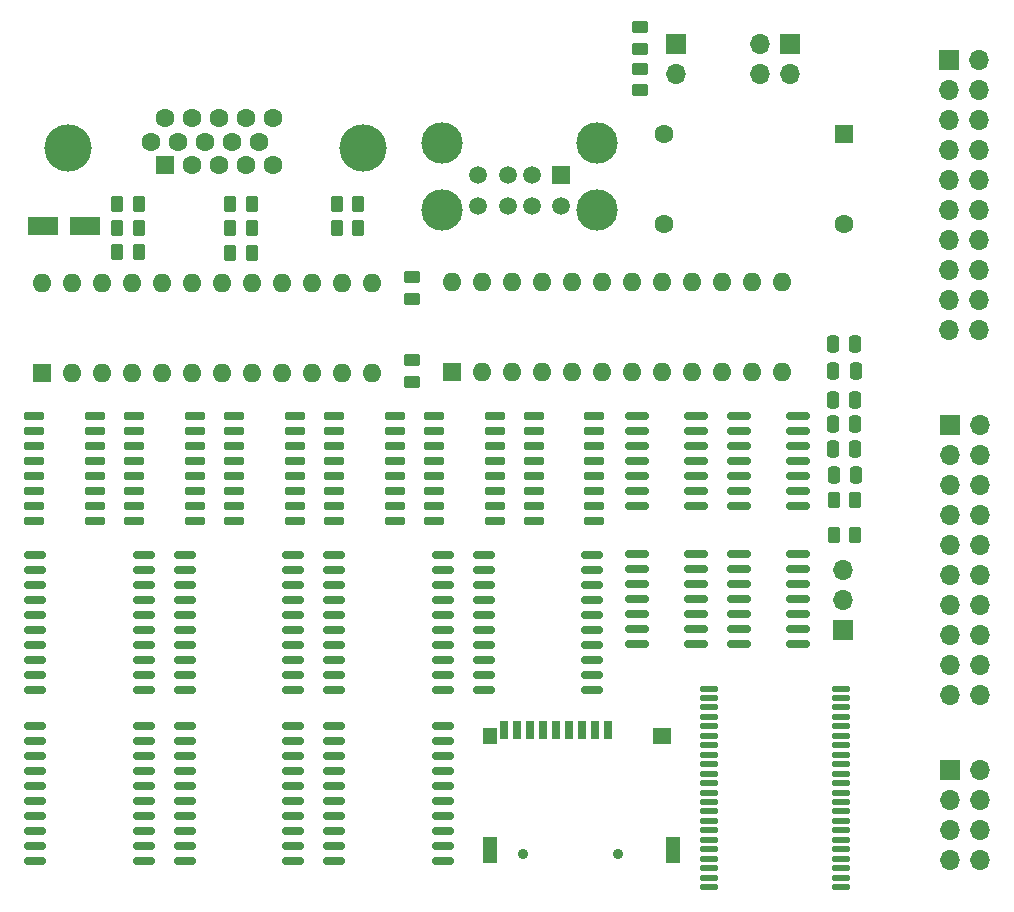
<source format=gbr>
%TF.GenerationSoftware,KiCad,Pcbnew,8.0.4+dfsg-1*%
%TF.CreationDate,2024-12-19T01:42:38-05:00*%
%TF.ProjectId,VGA_SRAM_COMP,5647415f-5352-4414-9d5f-434f4d502e6b,rev?*%
%TF.SameCoordinates,Original*%
%TF.FileFunction,Soldermask,Top*%
%TF.FilePolarity,Negative*%
%FSLAX46Y46*%
G04 Gerber Fmt 4.6, Leading zero omitted, Abs format (unit mm)*
G04 Created by KiCad (PCBNEW 8.0.4+dfsg-1) date 2024-12-19 01:42:38*
%MOMM*%
%LPD*%
G01*
G04 APERTURE LIST*
G04 Aperture macros list*
%AMRoundRect*
0 Rectangle with rounded corners*
0 $1 Rounding radius*
0 $2 $3 $4 $5 $6 $7 $8 $9 X,Y pos of 4 corners*
0 Add a 4 corners polygon primitive as box body*
4,1,4,$2,$3,$4,$5,$6,$7,$8,$9,$2,$3,0*
0 Add four circle primitives for the rounded corners*
1,1,$1+$1,$2,$3*
1,1,$1+$1,$4,$5*
1,1,$1+$1,$6,$7*
1,1,$1+$1,$8,$9*
0 Add four rect primitives between the rounded corners*
20,1,$1+$1,$2,$3,$4,$5,0*
20,1,$1+$1,$4,$5,$6,$7,0*
20,1,$1+$1,$6,$7,$8,$9,0*
20,1,$1+$1,$8,$9,$2,$3,0*%
G04 Aperture macros list end*
%ADD10R,1.700000X1.700000*%
%ADD11O,1.700000X1.700000*%
%ADD12R,1.600000X1.600000*%
%ADD13C,1.600000*%
%ADD14RoundRect,0.150000X-0.800000X-0.150000X0.800000X-0.150000X0.800000X0.150000X-0.800000X0.150000X0*%
%ADD15RoundRect,0.150000X-0.825000X-0.150000X0.825000X-0.150000X0.825000X0.150000X-0.825000X0.150000X0*%
%ADD16RoundRect,0.150000X-0.725000X-0.150000X0.725000X-0.150000X0.725000X0.150000X-0.725000X0.150000X0*%
%ADD17O,1.600000X1.600000*%
%ADD18RoundRect,0.137500X-0.625000X-0.137500X0.625000X-0.137500X0.625000X0.137500X-0.625000X0.137500X0*%
%ADD19RoundRect,0.250000X-0.262500X-0.450000X0.262500X-0.450000X0.262500X0.450000X-0.262500X0.450000X0*%
%ADD20RoundRect,0.250000X0.450000X-0.262500X0.450000X0.262500X-0.450000X0.262500X-0.450000X-0.262500X0*%
%ADD21RoundRect,0.250000X-0.450000X0.262500X-0.450000X-0.262500X0.450000X-0.262500X0.450000X0.262500X0*%
%ADD22R,1.500000X1.500000*%
%ADD23C,1.500000*%
%ADD24C,3.500000*%
%ADD25C,0.900000*%
%ADD26R,0.700000X1.600000*%
%ADD27R,1.200000X2.200000*%
%ADD28R,1.600000X1.400000*%
%ADD29R,1.200000X1.400000*%
%ADD30C,4.000000*%
%ADD31RoundRect,0.250000X-1.050000X-0.550000X1.050000X-0.550000X1.050000X0.550000X-1.050000X0.550000X0*%
%ADD32RoundRect,0.250000X-0.250000X-0.475000X0.250000X-0.475000X0.250000X0.475000X-0.250000X0.475000X0*%
G04 APERTURE END LIST*
D10*
%TO.C,J8*%
X137000000Y-91680000D03*
D11*
X139540000Y-91680000D03*
X137000000Y-94220000D03*
X139540000Y-94220000D03*
X137000000Y-96760000D03*
X139540000Y-96760000D03*
X137000000Y-99300000D03*
X139540000Y-99300000D03*
X137000000Y-101840000D03*
X139540000Y-101840000D03*
X137000000Y-104380000D03*
X139540000Y-104380000D03*
X137000000Y-106920000D03*
X139540000Y-106920000D03*
X137000000Y-109460000D03*
X139540000Y-109460000D03*
X137000000Y-112000000D03*
X139540000Y-112000000D03*
X137000000Y-114540000D03*
X139540000Y-114540000D03*
%TD*%
D10*
%TO.C,J7*%
X137000000Y-120880000D03*
D11*
X139540000Y-120880000D03*
X137000000Y-123420000D03*
X139540000Y-123420000D03*
X137000000Y-125960000D03*
X139540000Y-125960000D03*
X137000000Y-128500000D03*
X139540000Y-128500000D03*
%TD*%
%TO.C,J1*%
X139500000Y-83660000D03*
X136960000Y-83660000D03*
X139500000Y-81120000D03*
X136960000Y-81120000D03*
X139500000Y-78580000D03*
X136960000Y-78580000D03*
X139500000Y-76040000D03*
X136960000Y-76040000D03*
X139500000Y-73500000D03*
X136960000Y-73500000D03*
X139500000Y-70960000D03*
X136960000Y-70960000D03*
X139500000Y-68420000D03*
X136960000Y-68420000D03*
X139500000Y-65880000D03*
X136960000Y-65880000D03*
X139500000Y-63340000D03*
X136960000Y-63340000D03*
X139500000Y-60800000D03*
D10*
X136960000Y-60800000D03*
%TD*%
D12*
%TO.C,X1*%
X128016000Y-67056000D03*
D13*
X112776000Y-67056000D03*
X112776000Y-74676000D03*
X128016000Y-74676000D03*
%TD*%
D14*
%TO.C,U20*%
X84875000Y-117200000D03*
X84875000Y-118470000D03*
X84875000Y-119740000D03*
X84875000Y-121010000D03*
X84875000Y-122280000D03*
X84875000Y-123550000D03*
X84875000Y-124820000D03*
X84875000Y-126090000D03*
X84875000Y-127360000D03*
X84875000Y-128630000D03*
X94075000Y-128630000D03*
X94075000Y-127360000D03*
X94075000Y-126090000D03*
X94075000Y-124820000D03*
X94075000Y-123550000D03*
X94075000Y-122280000D03*
X94075000Y-121010000D03*
X94075000Y-119740000D03*
X94075000Y-118470000D03*
X94075000Y-117200000D03*
%TD*%
D15*
%TO.C,U19*%
X119175000Y-102580000D03*
X119175000Y-103850000D03*
X119175000Y-105120000D03*
X119175000Y-106390000D03*
X119175000Y-107660000D03*
X119175000Y-108930000D03*
X119175000Y-110200000D03*
X124125000Y-110200000D03*
X124125000Y-108930000D03*
X124125000Y-107660000D03*
X124125000Y-106390000D03*
X124125000Y-105120000D03*
X124125000Y-103850000D03*
X124125000Y-102580000D03*
%TD*%
D14*
%TO.C,U18*%
X72225000Y-117200000D03*
X72225000Y-118470000D03*
X72225000Y-119740000D03*
X72225000Y-121010000D03*
X72225000Y-122280000D03*
X72225000Y-123550000D03*
X72225000Y-124820000D03*
X72225000Y-126090000D03*
X72225000Y-127360000D03*
X72225000Y-128630000D03*
X81425000Y-128630000D03*
X81425000Y-127360000D03*
X81425000Y-126090000D03*
X81425000Y-124820000D03*
X81425000Y-123550000D03*
X81425000Y-122280000D03*
X81425000Y-121010000D03*
X81425000Y-119740000D03*
X81425000Y-118470000D03*
X81425000Y-117200000D03*
%TD*%
D15*
%TO.C,U17*%
X119175000Y-90960000D03*
X119175000Y-92230000D03*
X119175000Y-93500000D03*
X119175000Y-94770000D03*
X119175000Y-96040000D03*
X119175000Y-97310000D03*
X119175000Y-98580000D03*
X124125000Y-98580000D03*
X124125000Y-97310000D03*
X124125000Y-96040000D03*
X124125000Y-94770000D03*
X124125000Y-93500000D03*
X124125000Y-92230000D03*
X124125000Y-90960000D03*
%TD*%
%TO.C,U16*%
X110525000Y-102580000D03*
X110525000Y-103850000D03*
X110525000Y-105120000D03*
X110525000Y-106390000D03*
X110525000Y-107660000D03*
X110525000Y-108930000D03*
X110525000Y-110200000D03*
X115475000Y-110200000D03*
X115475000Y-108930000D03*
X115475000Y-107660000D03*
X115475000Y-106390000D03*
X115475000Y-105120000D03*
X115475000Y-103850000D03*
X115475000Y-102580000D03*
%TD*%
%TO.C,U15*%
X110525000Y-90960000D03*
X110525000Y-92230000D03*
X110525000Y-93500000D03*
X110525000Y-94770000D03*
X110525000Y-96040000D03*
X110525000Y-97310000D03*
X110525000Y-98580000D03*
X115475000Y-98580000D03*
X115475000Y-97310000D03*
X115475000Y-96040000D03*
X115475000Y-94770000D03*
X115475000Y-93500000D03*
X115475000Y-92230000D03*
X115475000Y-90960000D03*
%TD*%
D14*
%TO.C,U14*%
X59575000Y-117200000D03*
X59575000Y-118470000D03*
X59575000Y-119740000D03*
X59575000Y-121010000D03*
X59575000Y-122280000D03*
X59575000Y-123550000D03*
X59575000Y-124820000D03*
X59575000Y-126090000D03*
X59575000Y-127360000D03*
X59575000Y-128630000D03*
X68775000Y-128630000D03*
X68775000Y-127360000D03*
X68775000Y-126090000D03*
X68775000Y-124820000D03*
X68775000Y-123550000D03*
X68775000Y-122280000D03*
X68775000Y-121010000D03*
X68775000Y-119740000D03*
X68775000Y-118470000D03*
X68775000Y-117200000D03*
%TD*%
%TO.C,U13*%
X97525000Y-102720000D03*
X97525000Y-103990000D03*
X97525000Y-105260000D03*
X97525000Y-106530000D03*
X97525000Y-107800000D03*
X97525000Y-109070000D03*
X97525000Y-110340000D03*
X97525000Y-111610000D03*
X97525000Y-112880000D03*
X97525000Y-114150000D03*
X106725000Y-114150000D03*
X106725000Y-112880000D03*
X106725000Y-111610000D03*
X106725000Y-110340000D03*
X106725000Y-109070000D03*
X106725000Y-107800000D03*
X106725000Y-106530000D03*
X106725000Y-105260000D03*
X106725000Y-103990000D03*
X106725000Y-102720000D03*
%TD*%
%TO.C,U12*%
X84875000Y-102720000D03*
X84875000Y-103990000D03*
X84875000Y-105260000D03*
X84875000Y-106530000D03*
X84875000Y-107800000D03*
X84875000Y-109070000D03*
X84875000Y-110340000D03*
X84875000Y-111610000D03*
X84875000Y-112880000D03*
X84875000Y-114150000D03*
X94075000Y-114150000D03*
X94075000Y-112880000D03*
X94075000Y-111610000D03*
X94075000Y-110340000D03*
X94075000Y-109070000D03*
X94075000Y-107800000D03*
X94075000Y-106530000D03*
X94075000Y-105260000D03*
X94075000Y-103990000D03*
X94075000Y-102720000D03*
%TD*%
%TO.C,U11*%
X72225000Y-102720000D03*
X72225000Y-103990000D03*
X72225000Y-105260000D03*
X72225000Y-106530000D03*
X72225000Y-107800000D03*
X72225000Y-109070000D03*
X72225000Y-110340000D03*
X72225000Y-111610000D03*
X72225000Y-112880000D03*
X72225000Y-114150000D03*
X81425000Y-114150000D03*
X81425000Y-112880000D03*
X81425000Y-111610000D03*
X81425000Y-110340000D03*
X81425000Y-109070000D03*
X81425000Y-107800000D03*
X81425000Y-106530000D03*
X81425000Y-105260000D03*
X81425000Y-103990000D03*
X81425000Y-102720000D03*
%TD*%
D16*
%TO.C,U10*%
X101750000Y-90960000D03*
X101750000Y-92230000D03*
X101750000Y-93500000D03*
X101750000Y-94770000D03*
X101750000Y-96040000D03*
X101750000Y-97310000D03*
X101750000Y-98580000D03*
X101750000Y-99850000D03*
X106900000Y-99850000D03*
X106900000Y-98580000D03*
X106900000Y-97310000D03*
X106900000Y-96040000D03*
X106900000Y-94770000D03*
X106900000Y-93500000D03*
X106900000Y-92230000D03*
X106900000Y-90960000D03*
%TD*%
D12*
%TO.C,U9*%
X94840000Y-87200000D03*
D17*
X97380000Y-87200000D03*
X99920000Y-87200000D03*
X102460000Y-87200000D03*
X105000000Y-87200000D03*
X107540000Y-87200000D03*
X110080000Y-87200000D03*
X112620000Y-87200000D03*
X115160000Y-87200000D03*
X117700000Y-87200000D03*
X120240000Y-87200000D03*
X122780000Y-87200000D03*
X122780000Y-79580000D03*
X120240000Y-79580000D03*
X117700000Y-79580000D03*
X115160000Y-79580000D03*
X112620000Y-79580000D03*
X110080000Y-79580000D03*
X107540000Y-79580000D03*
X105000000Y-79580000D03*
X102460000Y-79580000D03*
X99920000Y-79580000D03*
X97380000Y-79580000D03*
X94840000Y-79580000D03*
%TD*%
D12*
%TO.C,U8*%
X60100000Y-87300000D03*
D17*
X62640000Y-87300000D03*
X65180000Y-87300000D03*
X67720000Y-87300000D03*
X70260000Y-87300000D03*
X72800000Y-87300000D03*
X75340000Y-87300000D03*
X77880000Y-87300000D03*
X80420000Y-87300000D03*
X82960000Y-87300000D03*
X85500000Y-87300000D03*
X88040000Y-87300000D03*
X88040000Y-79680000D03*
X85500000Y-79680000D03*
X82960000Y-79680000D03*
X80420000Y-79680000D03*
X77880000Y-79680000D03*
X75340000Y-79680000D03*
X72800000Y-79680000D03*
X70260000Y-79680000D03*
X67720000Y-79680000D03*
X65180000Y-79680000D03*
X62640000Y-79680000D03*
X60100000Y-79680000D03*
%TD*%
D16*
%TO.C,U7*%
X93300000Y-90960000D03*
X93300000Y-92230000D03*
X93300000Y-93500000D03*
X93300000Y-94770000D03*
X93300000Y-96040000D03*
X93300000Y-97310000D03*
X93300000Y-98580000D03*
X93300000Y-99850000D03*
X98450000Y-99850000D03*
X98450000Y-98580000D03*
X98450000Y-97310000D03*
X98450000Y-96040000D03*
X98450000Y-94770000D03*
X98450000Y-93500000D03*
X98450000Y-92230000D03*
X98450000Y-90960000D03*
%TD*%
%TO.C,U6*%
X84850000Y-90960000D03*
X84850000Y-92230000D03*
X84850000Y-93500000D03*
X84850000Y-94770000D03*
X84850000Y-96040000D03*
X84850000Y-97310000D03*
X84850000Y-98580000D03*
X84850000Y-99850000D03*
X90000000Y-99850000D03*
X90000000Y-98580000D03*
X90000000Y-97310000D03*
X90000000Y-96040000D03*
X90000000Y-94770000D03*
X90000000Y-93500000D03*
X90000000Y-92230000D03*
X90000000Y-90960000D03*
%TD*%
%TO.C,U5*%
X76400000Y-90960000D03*
X76400000Y-92230000D03*
X76400000Y-93500000D03*
X76400000Y-94770000D03*
X76400000Y-96040000D03*
X76400000Y-97310000D03*
X76400000Y-98580000D03*
X76400000Y-99850000D03*
X81550000Y-99850000D03*
X81550000Y-98580000D03*
X81550000Y-97310000D03*
X81550000Y-96040000D03*
X81550000Y-94770000D03*
X81550000Y-93500000D03*
X81550000Y-92230000D03*
X81550000Y-90960000D03*
%TD*%
%TO.C,U4*%
X67950000Y-90960000D03*
X67950000Y-92230000D03*
X67950000Y-93500000D03*
X67950000Y-94770000D03*
X67950000Y-96040000D03*
X67950000Y-97310000D03*
X67950000Y-98580000D03*
X67950000Y-99850000D03*
X73100000Y-99850000D03*
X73100000Y-98580000D03*
X73100000Y-97310000D03*
X73100000Y-96040000D03*
X73100000Y-94770000D03*
X73100000Y-93500000D03*
X73100000Y-92230000D03*
X73100000Y-90960000D03*
%TD*%
%TO.C,U3*%
X59500000Y-90960000D03*
X59500000Y-92230000D03*
X59500000Y-93500000D03*
X59500000Y-94770000D03*
X59500000Y-96040000D03*
X59500000Y-97310000D03*
X59500000Y-98580000D03*
X59500000Y-99850000D03*
X64650000Y-99850000D03*
X64650000Y-98580000D03*
X64650000Y-97310000D03*
X64650000Y-96040000D03*
X64650000Y-94770000D03*
X64650000Y-93500000D03*
X64650000Y-92230000D03*
X64650000Y-90960000D03*
%TD*%
D14*
%TO.C,U2*%
X59575000Y-102720000D03*
X59575000Y-103990000D03*
X59575000Y-105260000D03*
X59575000Y-106530000D03*
X59575000Y-107800000D03*
X59575000Y-109070000D03*
X59575000Y-110340000D03*
X59575000Y-111610000D03*
X59575000Y-112880000D03*
X59575000Y-114150000D03*
X68775000Y-114150000D03*
X68775000Y-112880000D03*
X68775000Y-111610000D03*
X68775000Y-110340000D03*
X68775000Y-109070000D03*
X68775000Y-107800000D03*
X68775000Y-106530000D03*
X68775000Y-105260000D03*
X68775000Y-103990000D03*
X68775000Y-102720000D03*
%TD*%
D18*
%TO.C,U1*%
X116612500Y-114000000D03*
X116612500Y-114800000D03*
X116612500Y-115600000D03*
X116612500Y-116400000D03*
X116612500Y-117200000D03*
X116612500Y-118000000D03*
X116612500Y-118800000D03*
X116612500Y-119600000D03*
X116612500Y-120400000D03*
X116612500Y-121200000D03*
X116612500Y-122000000D03*
X116612500Y-122800000D03*
X116612500Y-123600000D03*
X116612500Y-124400000D03*
X116612500Y-125200000D03*
X116612500Y-126000000D03*
X116612500Y-126800000D03*
X116612500Y-127600000D03*
X116612500Y-128400000D03*
X116612500Y-129200000D03*
X116612500Y-130000000D03*
X116612500Y-130800000D03*
X127787500Y-130800000D03*
X127787500Y-130000000D03*
X127787500Y-129200000D03*
X127787500Y-128400000D03*
X127787500Y-127600000D03*
X127787500Y-126800000D03*
X127787500Y-126000000D03*
X127787500Y-125200000D03*
X127787500Y-124400000D03*
X127787500Y-123600000D03*
X127787500Y-122800000D03*
X127787500Y-122000000D03*
X127787500Y-121200000D03*
X127787500Y-120400000D03*
X127787500Y-119600000D03*
X127787500Y-118800000D03*
X127787500Y-118000000D03*
X127787500Y-117200000D03*
X127787500Y-116400000D03*
X127787500Y-115600000D03*
X127787500Y-114800000D03*
X127787500Y-114000000D03*
%TD*%
D19*
%TO.C,R14*%
X127175000Y-101000000D03*
X129000000Y-101000000D03*
%TD*%
%TO.C,R13*%
X127175000Y-98000000D03*
X129000000Y-98000000D03*
%TD*%
D20*
%TO.C,R12*%
X91500000Y-88000000D03*
X91500000Y-86175000D03*
%TD*%
%TO.C,R11*%
X91500000Y-81000000D03*
X91500000Y-79175000D03*
%TD*%
%TO.C,R10*%
X110750000Y-59837500D03*
X110750000Y-58012500D03*
%TD*%
D21*
%TO.C,R9*%
X110744000Y-61525000D03*
X110744000Y-63350000D03*
%TD*%
D19*
%TO.C,R8*%
X66500000Y-75000000D03*
X68325000Y-75000000D03*
%TD*%
%TO.C,R7*%
X66500000Y-77000000D03*
X68325000Y-77000000D03*
%TD*%
%TO.C,R6*%
X77912500Y-75000000D03*
X76087500Y-75000000D03*
%TD*%
%TO.C,R5*%
X77912500Y-77100000D03*
X76087500Y-77100000D03*
%TD*%
%TO.C,R4*%
X66500000Y-73000000D03*
X68325000Y-73000000D03*
%TD*%
%TO.C,R3*%
X77912500Y-73000000D03*
X76087500Y-73000000D03*
%TD*%
%TO.C,R2*%
X85087500Y-75000000D03*
X86912500Y-75000000D03*
%TD*%
%TO.C,R1*%
X85087500Y-73000000D03*
X86912500Y-73000000D03*
%TD*%
D10*
%TO.C,JP1*%
X113792000Y-59436000D03*
D11*
X113792000Y-61976000D03*
%TD*%
D10*
%TO.C,J6*%
X127975000Y-109025000D03*
D11*
X127975000Y-106485000D03*
X127975000Y-103945000D03*
%TD*%
D22*
%TO.C,J5*%
X104084000Y-70542300D03*
D23*
X101584000Y-70542300D03*
X99584000Y-70542300D03*
X97084000Y-70542300D03*
X104084000Y-73162300D03*
X101584000Y-73162300D03*
X99584000Y-73162300D03*
X97084000Y-73162300D03*
D24*
X107154000Y-67832300D03*
X94014000Y-67832300D03*
X107154000Y-73512300D03*
X94014000Y-73512300D03*
%TD*%
D25*
%TO.C,J4*%
X108862532Y-128037545D03*
X100862532Y-128037545D03*
D26*
X108062532Y-117537545D03*
X106962532Y-117537545D03*
X105862532Y-117537545D03*
X104762532Y-117537545D03*
X103662532Y-117537545D03*
X102562532Y-117537545D03*
X101462532Y-117537545D03*
X100362532Y-117537545D03*
X99262532Y-117537545D03*
D27*
X113562532Y-127637545D03*
D28*
X112662532Y-118037545D03*
D27*
X98062532Y-127637545D03*
D29*
X98062532Y-118037545D03*
%TD*%
D13*
%TO.C,J3*%
X79680000Y-65700000D03*
X77390000Y-65700000D03*
X75100000Y-65700000D03*
X72810000Y-65700000D03*
X70520000Y-65700000D03*
X78535000Y-67680000D03*
X76245000Y-67680000D03*
X73955000Y-67680000D03*
X71665000Y-67680000D03*
X69375000Y-67680000D03*
X79680000Y-69660000D03*
X77390000Y-69660000D03*
X75100000Y-69660000D03*
X72810000Y-69660000D03*
D12*
X70520000Y-69660000D03*
D30*
X62335000Y-68240000D03*
X87335000Y-68240000D03*
%TD*%
D10*
%TO.C,J2*%
X123444000Y-59436000D03*
D11*
X120904000Y-59436000D03*
X123444000Y-61976000D03*
X120904000Y-61976000D03*
%TD*%
D31*
%TO.C,C9*%
X60200000Y-74800000D03*
X63800000Y-74800000D03*
%TD*%
D32*
%TO.C,C8*%
X128966000Y-93726000D03*
X127066000Y-93726000D03*
%TD*%
%TO.C,C7*%
X128966000Y-91606000D03*
X127066000Y-91606000D03*
%TD*%
%TO.C,C5*%
X127066000Y-89536000D03*
X128966000Y-89536000D03*
%TD*%
%TO.C,C3*%
X127132000Y-87122000D03*
X129032000Y-87122000D03*
%TD*%
%TO.C,C2*%
X127066000Y-84836000D03*
X128966000Y-84836000D03*
%TD*%
%TO.C,C1*%
X127150000Y-95900000D03*
X129050000Y-95900000D03*
%TD*%
M02*

</source>
